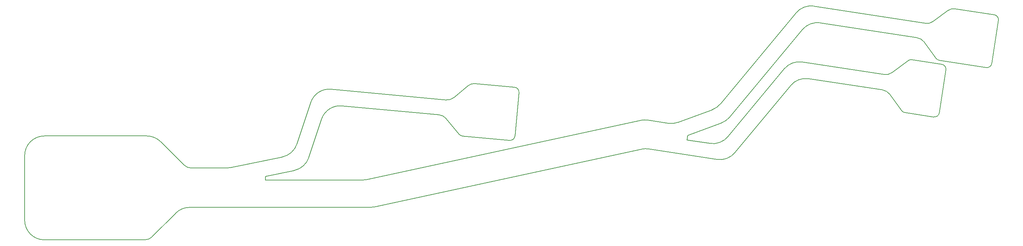
<source format=gbr>
*
G4_C Author: OrCAD GerbTool(tm) 8.1.1 Thu Jun 19 08:57:12 2003*
%LPD*%
%FSLAX34Y34*%
%MOIN*%
%AD*%
%ADD10R,0.050000X0.050000*%
%ADD11C,0.006000*%
%ADD12C,0.019000*%
%ADD13C,0.007900*%
%ADD14C,0.005000*%
%ADD15C,0.000800*%
%ADD16R,0.070000X0.025000*%
%ADD17R,0.068000X0.023000*%
%ADD18C,0.006000*%
%ADD19C,0.009800*%
%ADD20C,0.010000*%
%ADD21C,0.030000*%
%ADD22C,0.060000*%
%ADD23C,0.035000*%
%ADD24C,0.055000*%
%ADD25C,0.062980*%
%ADD26C,0.001000*%
%ADD27C,0.196840*%
G4_C OrCAD GerbTool Tool List *
G54D11*
G1X80141Y23929D2*
G1X91463Y22176D1*
G1X78296Y23230D2*
G75*
G2X80141Y23929I1545J-1283D1*
G74*
G1X80785Y22229D2*
G1X90643Y20703D1*
G1X78940Y21530D2*
G75*
G2X80785Y22229I1545J-1283D1*
G74*
G1X70629Y13996D2*
G1X78296Y23230D1*
G1X69784Y13398D2*
G75*
G3X70629Y13996I-695J1878D1*
G74*
G1X78940Y21530D2*
G1X71576Y12659D1*
G75*
G2X70731Y12061I-1546J1285D1*
G74*
G1X26104Y8596D2*
G75*
G3X27600Y9924I-404J1968D1*
G74*
G1X27317Y7230D2*
G75*
G3X28812Y8558I-404J1968D1*
G74*
G1X27600Y9924D2*
G1X28997Y14126D1*
G1X31080Y15486D2*
G1X42789Y14399D1*
G1X28997Y14126D2*
G75*
G2X31080Y15486I1903J-634D1*
G74*
G1X42061Y12878D2*
G1X32185Y13796D1*
G1X30102Y12436D2*
G1X28812Y8558D1*
G1X32185Y13796D2*
G75*
G3X30102Y12436I-187J-1999D1*
G74*
G1X24396Y6630D2*
G1X27317Y7230D1*
G1X42737Y12520D2*
G75*
G3X42059Y12877I-769J-639D1*
G74*
G1X50159Y15142D2*
G75*
G3X49707Y15686I-498J46D1*
G74*
G1X42737Y12520D2*
G1X44074Y10909D1*
G75*
G3X44413Y10730I385J320D1*
G74*
G1X49206Y10285D1*
G1X49750Y10737D2*
G1X50159Y15142D1*
G1X49206Y10285D2*
G75*
G3X49750Y10737I46J498D1*
G74*
G1X43520Y14625D2*
G75*
G2X42789Y14398I-639J769D1*
G74*
G1X43520Y14625D2*
G1X44972Y15831D1*
G1X45703Y16057D2*
G1X49707Y15686D1*
G1X44972Y15831D2*
G75*
G2X45703Y16057I639J-769D1*
G74*
G1X91300Y20304D2*
G75*
G3X90645Y20701I-806J-592D1*
G74*
G1X98865Y22481D2*
G75*
G3X98446Y23051I-494J76D1*
G74*
G1X91300Y20304D2*
G1X92539Y18616D1*
G75*
G3X92867Y18417I404J296D1*
G74*
G1X97625Y17689D1*
G1X98195Y18108D2*
G1X98865Y22481D1*
G1X97625Y17689D2*
G75*
G3X98195Y18108I76J494D1*
G74*
G1X92206Y22358D2*
G75*
G2X91463Y22176I-592J806D1*
G74*
G1X92206Y22358D2*
G1X93728Y23476D1*
G1X94471Y23659D2*
G1X98446Y23051D1*
G1X93728Y23476D2*
G75*
G2X94471Y23659I592J-806D1*
G74*
G1X16840Y7481D2*
G75*
G2X16133Y7774I0J1000D1*
G74*
G1X12861Y469D2*
G75*
G2X12155Y176I-707J707D1*
G74*
G1X1937Y177D2*
G75*
G2X-63Y2178I0J2000D1*
G74*
G1X-63Y8735D1*
G1X1937Y10735D2*
G75*
G3X-63Y8735I0J-2000D1*
G74*
G1X15283Y2892D2*
G1X12861Y469D1*
G1X16697Y3478D2*
G75*
G3X15283Y2892I0J-2000D1*
G74*
G1X12155Y177D2*
G1X1937Y177D1*
G1X1937Y10735D2*
G1X12344Y10735D1*
G1X13758Y10149D2*
G1X16133Y7774D1*
G1X12344Y10735D2*
G75*
G2X13758Y10149I0J-2000D1*
G74*
G1X16841Y7481D2*
G1X20472Y7481D1*
G1X20874Y7522D2*
G1X26104Y8596D1*
G1X20472Y7481D2*
G75*
G3X20874Y7522I0J2012D1*
G74*
G1X16697Y3478D2*
G1X35030Y3478D1*
G75*
G3X35453Y3524I0J2017D1*
G74*
G1X62520Y12324D2*
G75*
G2X63248Y12345I426J-1974D1*
G74*
G1X35453Y3524D2*
G1X62608Y9395D1*
G75*
G2X63337Y9416I426J-1974D1*
G74*
G1X87784Y15004D2*
G75*
G3X87130Y15401I-806J-592D1*
G74*
G1X88024Y17161D2*
G75*
G2X87281Y16978I-592J806D1*
G74*
G1X93529Y17454D2*
G75*
G3X93110Y18024I-494J76D1*
G74*
G1X90079Y18488D1*
G1X89708Y18397D2*
G1X88024Y17161D1*
G1X90079Y18488D2*
G75*
G3X89708Y18397I-76J-494D1*
G74*
G1X87784Y15004D2*
G1X89026Y13314D1*
G75*
G3X89353Y13116I404J296D1*
G74*
G1X92291Y12667D1*
G1X92860Y13085D2*
G1X93529Y17454D1*
G1X92291Y12667D2*
G75*
G3X92860Y13085I76J494D1*
G74*
G1X63248Y12345D2*
G1X65336Y12022D1*
G1X66336Y12123D2*
G1X69784Y13398D1*
G1X65336Y12022D2*
G75*
G3X66336Y12123I305J1968D1*
G74*
G1X63337Y9416D2*
G1X70254Y8345D1*
G75*
G3X72099Y9044I306J1978D1*
G74*
G1X87130Y15401D2*
G1X79593Y16554D1*
G1X77752Y15854D2*
G1X72099Y9044D1*
G1X79593Y16554D2*
G75*
G3X77752Y15854I-302J-1979D1*
G74*
G1X87281Y16978D2*
G1X78948Y18253D1*
G75*
G3X77107Y17554I-302J-1979D1*
G74*
G1X71394Y10673D1*
G1X69549Y9974D2*
G75*
G3X71394Y10673I306J1978D1*
G74*
G1X70731Y12061D2*
G1X67307Y10794D1*
G1X67235Y10332D1*
G1X69549Y9974D1*
G1X24396Y6630D2*
G1X24396Y6248D1*
G1X34209Y6248D1*
G1X34632Y6293D2*
G1X62520Y12324D1*
G1X34209Y6248D2*
G75*
G3X34632Y6293I0J2018D1*
M2*

</source>
